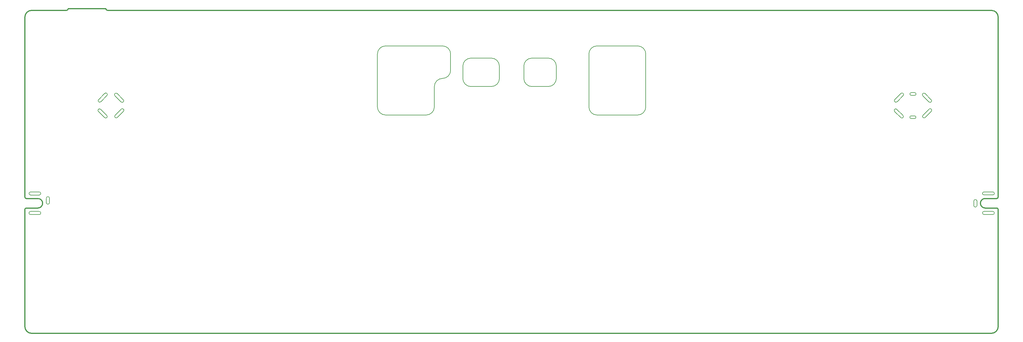
<source format=gm1>
G04 #@! TF.GenerationSoftware,KiCad,Pcbnew,7.0.1-0*
G04 #@! TF.CreationDate,2023-04-15T21:11:59+09:00*
G04 #@! TF.ProjectId,Sandy_Base,53616e64-795f-4426-9173-652e6b696361,v.0*
G04 #@! TF.SameCoordinates,Original*
G04 #@! TF.FileFunction,Profile,NP*
%FSLAX46Y46*%
G04 Gerber Fmt 4.6, Leading zero omitted, Abs format (unit mm)*
G04 Created by KiCad (PCBNEW 7.0.1-0) date 2023-04-15 21:11:59*
%MOMM*%
%LPD*%
G01*
G04 APERTURE LIST*
G04 #@! TA.AperFunction,Profile*
%ADD10C,0.300000*%
G04 #@! TD*
G04 #@! TA.AperFunction,Profile*
%ADD11C,0.150000*%
G04 #@! TD*
G04 APERTURE END LIST*
D10*
X16645935Y-72478365D02*
X16645935Y-19778365D01*
X16645935Y-110378365D02*
X16645935Y-76078365D01*
X17045935Y-75678365D02*
X20445935Y-75678365D01*
D11*
X18270975Y-70953765D02*
X20816560Y-70953765D01*
X18270975Y-76678765D02*
X20816560Y-76678765D01*
X18341686Y-71873002D02*
X20887271Y-71873001D01*
X18341686Y-77598002D02*
X20887271Y-77598001D01*
D10*
X18645935Y-17778365D02*
X28845935Y-17778365D01*
X20445935Y-72878365D02*
X17045935Y-72878365D01*
D11*
X22934149Y-74153405D02*
X22934148Y-72837108D01*
X23853385Y-74082693D02*
X23853384Y-72766397D01*
D10*
X29345935Y-17278365D02*
X40345935Y-17278365D01*
D11*
X39995974Y-49228766D02*
X38195974Y-47428766D01*
X39995976Y-42128766D02*
X38195977Y-43928767D01*
X40595973Y-48528767D02*
X38795972Y-46728768D01*
X40695975Y-42728765D02*
X38895975Y-44528765D01*
X44845975Y-46728765D02*
X43045976Y-48528766D01*
X44845977Y-44628763D02*
X43045977Y-42828763D01*
X45445976Y-43928764D02*
X43645975Y-42128765D01*
X45545974Y-47328764D02*
X43745974Y-49128764D01*
X119880310Y-30575280D02*
X119880310Y-46053405D01*
X122261560Y-28194030D02*
X138930310Y-28194030D01*
X122261560Y-48434655D02*
X134167810Y-48434655D01*
X136549060Y-40100280D02*
X136549060Y-46053405D01*
X141311560Y-30575280D02*
X141311560Y-35337780D01*
X144883435Y-34147155D02*
X144883435Y-37719030D01*
X147264685Y-31765905D02*
X153217810Y-31765880D01*
X147264685Y-40100280D02*
X153217810Y-40100280D01*
X155599060Y-34147130D02*
X155599060Y-37719030D01*
X162742810Y-34147167D02*
X162742810Y-37719042D01*
X165124060Y-31765917D02*
X169886560Y-31765892D01*
X165124060Y-40100292D02*
X169886560Y-40100305D01*
X172267810Y-34147155D02*
X172267810Y-37719055D01*
X181792810Y-30575280D02*
X181792810Y-46053405D01*
X184174060Y-28194030D02*
X196080310Y-28194030D01*
X184174060Y-48434655D02*
X196080310Y-48434655D01*
X198461560Y-30575280D02*
X198461560Y-46053405D01*
X273145935Y-49228408D02*
X271345935Y-47428408D01*
X273145937Y-42128408D02*
X271345938Y-43928409D01*
X273745934Y-48528409D02*
X271945933Y-46728410D01*
X273845936Y-42728407D02*
X272045936Y-44528407D01*
X276170935Y-48678047D02*
X277170970Y-48678067D01*
X276170935Y-49478047D02*
X277170970Y-49478067D01*
X277195935Y-41878405D02*
X276195900Y-41878385D01*
X277195935Y-42678405D02*
X276195900Y-42678385D01*
X281395933Y-46728407D02*
X279595934Y-48528408D01*
X281395935Y-44628405D02*
X279595935Y-42828405D01*
X281995934Y-43928406D02*
X280195933Y-42128407D01*
X282095932Y-47328406D02*
X280295932Y-49128406D01*
X294513565Y-73671354D02*
X294513566Y-74987650D01*
X295432801Y-73600642D02*
X295432802Y-74916939D01*
D10*
X297845935Y-72878365D02*
X301245935Y-72878365D01*
X297845935Y-75678365D02*
X301245935Y-75678365D01*
X299645935Y-17778365D02*
X40845935Y-17778365D01*
X299645935Y-112378365D02*
X18645935Y-112378365D01*
D11*
X300025264Y-70934528D02*
X297479679Y-70934529D01*
X300025264Y-76659528D02*
X297479679Y-76659529D01*
X300095975Y-71853765D02*
X297550390Y-71853765D01*
X300095975Y-77578765D02*
X297550390Y-77578765D01*
D10*
X301645935Y-72478365D02*
X301645935Y-19778365D01*
X301645935Y-76078365D02*
X301645935Y-110378365D01*
X18645935Y-17778365D02*
G75*
G03*
X16645935Y-19778365I-1J-1999999D01*
G01*
X17045935Y-75678365D02*
G75*
G03*
X16645935Y-76078365I-1J-399999D01*
G01*
X16645935Y-72478365D02*
G75*
G03*
X17045935Y-72878365I399999J-1D01*
G01*
D11*
X18270975Y-70953767D02*
G75*
G03*
X18341687Y-71873001I35345J-459618D01*
G01*
X18270975Y-76678767D02*
G75*
G03*
X18341687Y-77598001I35345J-459618D01*
G01*
D10*
X16645935Y-110378365D02*
G75*
G03*
X18645935Y-112378365I1999999J-1D01*
G01*
X21845935Y-74278365D02*
G75*
G03*
X20445935Y-72878365I-1400002J-2D01*
G01*
D11*
X20887271Y-71873003D02*
G75*
G03*
X20816559Y-70953766I-35350J459619D01*
G01*
X20887271Y-77598003D02*
G75*
G03*
X20816559Y-76678766I-35350J459619D01*
G01*
D10*
X20445935Y-75678365D02*
G75*
G03*
X21845935Y-74278365I-2J1400002D01*
G01*
D11*
X23853385Y-72766397D02*
G75*
G03*
X22934149Y-72837109I-459613J-35418D01*
G01*
X22934149Y-74153405D02*
G75*
G03*
X23853385Y-74082693I459622J35300D01*
G01*
D10*
X28845935Y-17778365D02*
G75*
G03*
X29345935Y-17278365I-1J500001D01*
G01*
D11*
X38795973Y-46728766D02*
G75*
G03*
X38195975Y-47428765I-300074J-349935D01*
G01*
X38195977Y-43928767D02*
G75*
G03*
X38895974Y-44528764I350013J-299981D01*
G01*
X40695974Y-42728764D02*
G75*
G03*
X39995976Y-42128766I-349984J300016D01*
G01*
X39995976Y-49228764D02*
G75*
G03*
X40595973Y-48528767I299923J350063D01*
G01*
D10*
X40345935Y-17278365D02*
G75*
G03*
X40845935Y-17778365I500001J1D01*
G01*
D11*
X43645975Y-42128765D02*
G75*
G03*
X43045978Y-42828762I-300071J-349936D01*
G01*
X43045975Y-48528765D02*
G75*
G03*
X43745973Y-49128763I350014J-299981D01*
G01*
X45545972Y-47328762D02*
G75*
G03*
X44845975Y-46728765I-349983J300016D01*
G01*
X44845978Y-44628762D02*
G75*
G03*
X45445976Y-43928764I299926J350061D01*
G01*
X122261560Y-28194030D02*
G75*
G03*
X119880310Y-30575280I-89J-2381161D01*
G01*
X119880310Y-46053405D02*
G75*
G03*
X122261560Y-48434655I2381247J-3D01*
G01*
X138930310Y-37719030D02*
G75*
G03*
X136549060Y-40100280I68J-2381318D01*
G01*
X134167810Y-48434655D02*
G75*
G03*
X136549060Y-46053405I78J2381172D01*
G01*
X141311560Y-30575280D02*
G75*
G03*
X138930310Y-28194030I-2381318J-68D01*
G01*
X138930310Y-37719030D02*
G75*
G03*
X141311560Y-35337780I-68J2381318D01*
G01*
X147264685Y-31765905D02*
G75*
G03*
X144883435Y-34147155I-85J-2381165D01*
G01*
X144883435Y-37719030D02*
G75*
G03*
X147264685Y-40100280I2381359J109D01*
G01*
X155599060Y-34147130D02*
G75*
G03*
X153217810Y-31765880I-2381359J-109D01*
G01*
X153217810Y-40100280D02*
G75*
G03*
X155599060Y-37719030I85J2381165D01*
G01*
X165124060Y-31765917D02*
G75*
G03*
X162742810Y-34147167I-85J-2381165D01*
G01*
X162742808Y-37719042D02*
G75*
G03*
X165124060Y-40100292I2381357J107D01*
G01*
X172267808Y-34147142D02*
G75*
G03*
X169886560Y-31765892I-2381353J-103D01*
G01*
X169886560Y-40100310D02*
G75*
G03*
X172267810Y-37719055I75J2381175D01*
G01*
X184174060Y-28194030D02*
G75*
G03*
X181792810Y-30575280I-85J-2381165D01*
G01*
X181792815Y-46053405D02*
G75*
G03*
X184174060Y-48434655I2381180J-70D01*
G01*
X198461510Y-30575280D02*
G75*
G03*
X196080310Y-28194030I-2381275J-25D01*
G01*
X196080310Y-48434630D02*
G75*
G03*
X198461560Y-46053405I25J2381225D01*
G01*
X271945950Y-46728390D02*
G75*
G03*
X271345937Y-47428406I-300115J-349915D01*
G01*
X271345950Y-43928419D02*
G75*
G03*
X272045935Y-44528406I350085J-299886D01*
G01*
X273845948Y-42728417D02*
G75*
G03*
X273145937Y-42128408I-349913J300112D01*
G01*
X273145954Y-49228387D02*
G75*
G03*
X273745934Y-48528410I299881J350082D01*
G01*
X276170935Y-48677963D02*
G75*
G03*
X276170935Y-49478047I-100J-400042D01*
G01*
X276195900Y-41878425D02*
G75*
G03*
X276195900Y-42678385I135J-399980D01*
G01*
X277170970Y-49478143D02*
G75*
G03*
X277170970Y-48678067I-135J400038D01*
G01*
X277195935Y-42678405D02*
G75*
G03*
X277195935Y-41878405I100J400000D01*
G01*
X280195948Y-42128390D02*
G75*
G03*
X279595936Y-42828403I-300113J-349915D01*
G01*
X279595952Y-48528423D02*
G75*
G03*
X280295931Y-49128405I350083J-299882D01*
G01*
X282095950Y-47328421D02*
G75*
G03*
X281395933Y-46728407I-349915J300116D01*
G01*
X281395951Y-44628387D02*
G75*
G03*
X281995933Y-43928407I299884J350082D01*
G01*
X295432704Y-73600649D02*
G75*
G03*
X294513565Y-73671354I-459569J-35356D01*
G01*
X294513468Y-74987657D02*
G75*
G03*
X295432800Y-74916938I459667J35352D01*
G01*
D10*
X297845935Y-72878405D02*
G75*
G03*
X296445935Y-74278365I0J-1400000D01*
G01*
D11*
X297479672Y-70934432D02*
G75*
G03*
X297550391Y-71853764I35263J-459673D01*
G01*
X297479672Y-76659432D02*
G75*
G03*
X297550391Y-77578764I35263J-459673D01*
G01*
D10*
X296445975Y-74278365D02*
G75*
G03*
X297845935Y-75678365I1399960J-40D01*
G01*
X301645975Y-19778365D02*
G75*
G03*
X299645935Y-17778365I-2000040J-40D01*
G01*
D11*
X300095968Y-71853669D02*
G75*
G03*
X300025263Y-70934529I-35433J459564D01*
G01*
X300095968Y-77578669D02*
G75*
G03*
X300025263Y-76659529I-35433J459564D01*
G01*
D10*
X301645975Y-76078365D02*
G75*
G03*
X301245935Y-75678365I-400040J-40D01*
G01*
X301245935Y-72878405D02*
G75*
G03*
X301645935Y-72478365I0J400000D01*
G01*
X299645935Y-112378405D02*
G75*
G03*
X301645935Y-110378365I0J2000000D01*
G01*
M02*

</source>
